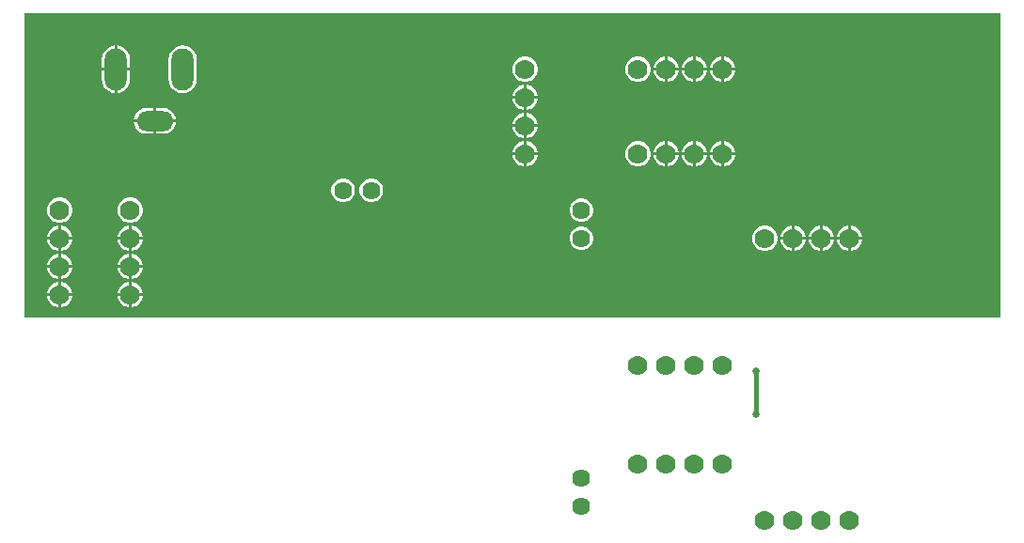
<source format=gbl>
G04*
G04 #@! TF.GenerationSoftware,Altium Limited,Altium Designer,21.6.4 (81)*
G04*
G04 Layer_Physical_Order=2*
G04 Layer_Color=16711680*
%FSLAX25Y25*%
%MOIN*%
G70*
G04*
G04 #@! TF.SameCoordinates,570BF3D3-4215-493C-AC51-86F074832852*
G04*
G04*
G04 #@! TF.FilePolarity,Positive*
G04*
G01*
G75*
%ADD10C,0.01500*%
%ADD42C,0.07000*%
%ADD43C,0.06378*%
%ADD44O,0.07874X0.14961*%
%ADD45O,0.12992X0.07087*%
%ADD46C,0.05000*%
%ADD47C,0.02500*%
G36*
X347961Y90000D02*
X2039D01*
Y197961D01*
X347961D01*
Y90000D01*
D02*
G37*
%LPC*%
G36*
X35000Y186410D02*
Y178453D01*
X39480D01*
Y181496D01*
X39310Y182785D01*
X38813Y183986D01*
X38021Y185017D01*
X36990Y185809D01*
X35789Y186306D01*
X35000Y186410D01*
D02*
G37*
G36*
X34000D02*
X33211Y186306D01*
X32010Y185809D01*
X30979Y185017D01*
X30187Y183986D01*
X29690Y182785D01*
X29520Y181496D01*
Y178453D01*
X34000D01*
Y186410D01*
D02*
G37*
G36*
X250092Y182453D02*
X250000D01*
Y178453D01*
X254000D01*
Y178545D01*
X253693Y179690D01*
X253101Y180716D01*
X252263Y181554D01*
X251237Y182146D01*
X250092Y182453D01*
D02*
G37*
G36*
X249000D02*
X248908D01*
X247763Y182146D01*
X246737Y181554D01*
X245899Y180716D01*
X245307Y179690D01*
X245000Y178545D01*
Y178453D01*
X249000D01*
Y182453D01*
D02*
G37*
G36*
X240092D02*
X240000D01*
Y178453D01*
X244000D01*
Y178545D01*
X243693Y179690D01*
X243101Y180716D01*
X242263Y181554D01*
X241237Y182146D01*
X240092Y182453D01*
D02*
G37*
G36*
X239000D02*
X238908D01*
X237763Y182146D01*
X236737Y181554D01*
X235899Y180716D01*
X235307Y179690D01*
X235000Y178545D01*
Y178453D01*
X239000D01*
Y182453D01*
D02*
G37*
G36*
X230092D02*
X230000D01*
Y178453D01*
X234000D01*
Y178545D01*
X233693Y179690D01*
X233101Y180716D01*
X232263Y181554D01*
X231237Y182146D01*
X230092Y182453D01*
D02*
G37*
G36*
X229000D02*
X228908D01*
X227763Y182146D01*
X226737Y181554D01*
X225899Y180716D01*
X225307Y179690D01*
X225000Y178545D01*
Y178453D01*
X229000D01*
Y182453D01*
D02*
G37*
G36*
X254000Y177453D02*
X250000D01*
Y173453D01*
X250092D01*
X251237Y173759D01*
X252263Y174352D01*
X253101Y175190D01*
X253693Y176216D01*
X254000Y177360D01*
Y177453D01*
D02*
G37*
G36*
X249000D02*
X245000D01*
Y177360D01*
X245307Y176216D01*
X245899Y175190D01*
X246737Y174352D01*
X247763Y173759D01*
X248908Y173453D01*
X249000D01*
Y177453D01*
D02*
G37*
G36*
X244000D02*
X240000D01*
Y173453D01*
X240092D01*
X241237Y173759D01*
X242263Y174352D01*
X243101Y175190D01*
X243693Y176216D01*
X244000Y177360D01*
Y177453D01*
D02*
G37*
G36*
X239000D02*
X235000D01*
Y177360D01*
X235307Y176216D01*
X235899Y175190D01*
X236737Y174352D01*
X237763Y173759D01*
X238908Y173453D01*
X239000D01*
Y177453D01*
D02*
G37*
G36*
X234000D02*
X230000D01*
Y173453D01*
X230092D01*
X231237Y173759D01*
X232263Y174352D01*
X233101Y175190D01*
X233693Y176216D01*
X234000Y177360D01*
Y177453D01*
D02*
G37*
G36*
X229000D02*
X225000D01*
Y177360D01*
X225307Y176216D01*
X225899Y175190D01*
X226737Y174352D01*
X227763Y173759D01*
X228908Y173453D01*
X229000D01*
Y177453D01*
D02*
G37*
G36*
X220092Y182453D02*
X218908D01*
X217763Y182146D01*
X216737Y181554D01*
X215899Y180716D01*
X215307Y179690D01*
X215000Y178545D01*
Y177360D01*
X215307Y176216D01*
X215899Y175190D01*
X216737Y174352D01*
X217763Y173759D01*
X218908Y173453D01*
X220092D01*
X221237Y173759D01*
X222263Y174352D01*
X223101Y175190D01*
X223693Y176216D01*
X224000Y177360D01*
Y178545D01*
X223693Y179690D01*
X223101Y180716D01*
X222263Y181554D01*
X221237Y182146D01*
X220092Y182453D01*
D02*
G37*
G36*
X180092D02*
X178908D01*
X177763Y182146D01*
X176737Y181554D01*
X175899Y180716D01*
X175307Y179690D01*
X175000Y178545D01*
Y177360D01*
X175307Y176216D01*
X175899Y175190D01*
X176737Y174352D01*
X177763Y173759D01*
X178908Y173453D01*
X180092D01*
X181237Y173759D01*
X182263Y174352D01*
X183101Y175190D01*
X183693Y176216D01*
X184000Y177360D01*
Y178545D01*
X183693Y179690D01*
X183101Y180716D01*
X182263Y181554D01*
X181237Y182146D01*
X180092Y182453D01*
D02*
G37*
G36*
X34000Y177453D02*
X29520D01*
Y174409D01*
X29690Y173121D01*
X30187Y171920D01*
X30979Y170888D01*
X32010Y170097D01*
X33211Y169599D01*
X34000Y169496D01*
Y177453D01*
D02*
G37*
G36*
X39480D02*
X35000D01*
Y169496D01*
X35789Y169599D01*
X36990Y170097D01*
X38021Y170888D01*
X38813Y171920D01*
X39310Y173121D01*
X39480Y174409D01*
Y177453D01*
D02*
G37*
G36*
X58122Y186476D02*
X56833Y186306D01*
X55632Y185809D01*
X54601Y185017D01*
X53810Y183986D01*
X53312Y182785D01*
X53142Y181496D01*
Y174409D01*
X53312Y173121D01*
X53810Y171920D01*
X54601Y170888D01*
X55632Y170097D01*
X56833Y169599D01*
X58122Y169430D01*
X59411Y169599D01*
X60612Y170097D01*
X61643Y170888D01*
X62435Y171920D01*
X62932Y173121D01*
X63102Y174409D01*
Y181496D01*
X62932Y182785D01*
X62435Y183986D01*
X61643Y185017D01*
X60612Y185809D01*
X59411Y186306D01*
X58122Y186476D01*
D02*
G37*
G36*
X180092Y172453D02*
X180000D01*
Y168453D01*
X184000D01*
Y168545D01*
X183693Y169690D01*
X183101Y170716D01*
X182263Y171554D01*
X181237Y172146D01*
X180092Y172453D01*
D02*
G37*
G36*
X179000D02*
X178908D01*
X177763Y172146D01*
X176737Y171554D01*
X175899Y170716D01*
X175307Y169690D01*
X175000Y168545D01*
Y168453D01*
X179000D01*
Y172453D01*
D02*
G37*
G36*
X184000Y167453D02*
X180000D01*
Y163453D01*
X180092D01*
X181237Y163759D01*
X182263Y164352D01*
X183101Y165190D01*
X183693Y166216D01*
X184000Y167360D01*
Y167453D01*
D02*
G37*
G36*
X179000D02*
X175000D01*
Y167360D01*
X175307Y166216D01*
X175899Y165190D01*
X176737Y164352D01*
X177763Y163759D01*
X178908Y163453D01*
X179000D01*
Y167453D01*
D02*
G37*
G36*
X51232Y164228D02*
X48779D01*
Y160146D01*
X55749D01*
X55659Y160832D01*
X55201Y161937D01*
X54473Y162886D01*
X53523Y163614D01*
X52418Y164072D01*
X51232Y164228D01*
D02*
G37*
G36*
X47780D02*
X45327D01*
X44141Y164072D01*
X43036Y163614D01*
X42086Y162886D01*
X41358Y161937D01*
X40900Y160832D01*
X40810Y160146D01*
X47780D01*
Y164228D01*
D02*
G37*
G36*
X180092Y162453D02*
X180000D01*
Y158453D01*
X184000D01*
Y158545D01*
X183693Y159690D01*
X183101Y160716D01*
X182263Y161554D01*
X181237Y162146D01*
X180092Y162453D01*
D02*
G37*
G36*
X179000D02*
X178908D01*
X177763Y162146D01*
X176737Y161554D01*
X175899Y160716D01*
X175307Y159690D01*
X175000Y158545D01*
Y158453D01*
X179000D01*
Y162453D01*
D02*
G37*
G36*
X55749Y159146D02*
X48779D01*
Y155063D01*
X51232D01*
X52418Y155219D01*
X53523Y155677D01*
X54473Y156405D01*
X55201Y157354D01*
X55659Y158460D01*
X55749Y159146D01*
D02*
G37*
G36*
X47780D02*
X40810D01*
X40900Y158460D01*
X41358Y157354D01*
X42086Y156405D01*
X43036Y155677D01*
X44141Y155219D01*
X45327Y155063D01*
X47780D01*
Y159146D01*
D02*
G37*
G36*
X184000Y157453D02*
X180000D01*
Y153453D01*
X180092D01*
X181237Y153759D01*
X182263Y154352D01*
X183101Y155190D01*
X183693Y156216D01*
X184000Y157360D01*
Y157453D01*
D02*
G37*
G36*
X179000D02*
X175000D01*
Y157360D01*
X175307Y156216D01*
X175899Y155190D01*
X176737Y154352D01*
X177763Y153759D01*
X178908Y153453D01*
X179000D01*
Y157453D01*
D02*
G37*
G36*
X180092Y152453D02*
X180000D01*
Y148453D01*
X184000D01*
Y148545D01*
X183693Y149690D01*
X183101Y150716D01*
X182263Y151554D01*
X181237Y152146D01*
X180092Y152453D01*
D02*
G37*
G36*
X179000D02*
X178908D01*
X177763Y152146D01*
X176737Y151554D01*
X175899Y150716D01*
X175307Y149690D01*
X175000Y148545D01*
Y148453D01*
X179000D01*
Y152453D01*
D02*
G37*
G36*
X250092D02*
X250000D01*
Y148453D01*
X254000D01*
Y148545D01*
X253693Y149690D01*
X253101Y150716D01*
X252263Y151554D01*
X251237Y152146D01*
X250092Y152453D01*
D02*
G37*
G36*
X249000D02*
X248908D01*
X247763Y152146D01*
X246737Y151554D01*
X245899Y150716D01*
X245307Y149690D01*
X245000Y148545D01*
Y148453D01*
X249000D01*
Y152453D01*
D02*
G37*
G36*
X240092D02*
X240000D01*
Y148453D01*
X244000D01*
Y148545D01*
X243693Y149690D01*
X243101Y150716D01*
X242263Y151554D01*
X241237Y152146D01*
X240092Y152453D01*
D02*
G37*
G36*
X239000D02*
X238908D01*
X237763Y152146D01*
X236737Y151554D01*
X235899Y150716D01*
X235307Y149690D01*
X235000Y148545D01*
Y148453D01*
X239000D01*
Y152453D01*
D02*
G37*
G36*
X230092D02*
X230000D01*
Y148453D01*
X234000D01*
Y148545D01*
X233693Y149690D01*
X233101Y150716D01*
X232263Y151554D01*
X231237Y152146D01*
X230092Y152453D01*
D02*
G37*
G36*
X229000D02*
X228908D01*
X227763Y152146D01*
X226737Y151554D01*
X225899Y150716D01*
X225307Y149690D01*
X225000Y148545D01*
Y148453D01*
X229000D01*
Y152453D01*
D02*
G37*
G36*
X254000Y147453D02*
X250000D01*
Y143453D01*
X250092D01*
X251237Y143759D01*
X252263Y144352D01*
X253101Y145190D01*
X253693Y146216D01*
X254000Y147360D01*
Y147453D01*
D02*
G37*
G36*
X249000D02*
X245000D01*
Y147360D01*
X245307Y146216D01*
X245899Y145190D01*
X246737Y144352D01*
X247763Y143759D01*
X248908Y143453D01*
X249000D01*
Y147453D01*
D02*
G37*
G36*
X244000D02*
X240000D01*
Y143453D01*
X240092D01*
X241237Y143759D01*
X242263Y144352D01*
X243101Y145190D01*
X243693Y146216D01*
X244000Y147360D01*
Y147453D01*
D02*
G37*
G36*
X239000D02*
X235000D01*
Y147360D01*
X235307Y146216D01*
X235899Y145190D01*
X236737Y144352D01*
X237763Y143759D01*
X238908Y143453D01*
X239000D01*
Y147453D01*
D02*
G37*
G36*
X234000D02*
X230000D01*
Y143453D01*
X230092D01*
X231237Y143759D01*
X232263Y144352D01*
X233101Y145190D01*
X233693Y146216D01*
X234000Y147360D01*
Y147453D01*
D02*
G37*
G36*
X229000D02*
X225000D01*
Y147360D01*
X225307Y146216D01*
X225899Y145190D01*
X226737Y144352D01*
X227763Y143759D01*
X228908Y143453D01*
X229000D01*
Y147453D01*
D02*
G37*
G36*
X220092Y152453D02*
X218908D01*
X217763Y152146D01*
X216737Y151554D01*
X215899Y150716D01*
X215307Y149690D01*
X215000Y148545D01*
Y147360D01*
X215307Y146216D01*
X215899Y145190D01*
X216737Y144352D01*
X217763Y143759D01*
X218908Y143453D01*
X220092D01*
X221237Y143759D01*
X222263Y144352D01*
X223101Y145190D01*
X223693Y146216D01*
X224000Y147360D01*
Y148545D01*
X223693Y149690D01*
X223101Y150716D01*
X222263Y151554D01*
X221237Y152146D01*
X220092Y152453D01*
D02*
G37*
G36*
X184000Y147453D02*
X180000D01*
Y143453D01*
X180092D01*
X181237Y143759D01*
X182263Y144352D01*
X183101Y145190D01*
X183693Y146216D01*
X184000Y147360D01*
Y147453D01*
D02*
G37*
G36*
X179000D02*
X175000D01*
Y147360D01*
X175307Y146216D01*
X175899Y145190D01*
X176737Y144352D01*
X177763Y143759D01*
X178908Y143453D01*
X179000D01*
Y147453D01*
D02*
G37*
G36*
X125551Y139189D02*
X124449D01*
X123383Y138903D01*
X122428Y138352D01*
X121648Y137572D01*
X121097Y136617D01*
X120811Y135552D01*
Y134449D01*
X121097Y133383D01*
X121648Y132428D01*
X122428Y131648D01*
X123383Y131096D01*
X124449Y130811D01*
X125551D01*
X126617Y131096D01*
X127572Y131648D01*
X128352Y132428D01*
X128903Y133383D01*
X129189Y134449D01*
Y135552D01*
X128903Y136617D01*
X128352Y137572D01*
X127572Y138352D01*
X126617Y138903D01*
X125551Y139189D01*
D02*
G37*
G36*
X115551D02*
X114448D01*
X113383Y138903D01*
X112428Y138352D01*
X111648Y137572D01*
X111097Y136617D01*
X110811Y135552D01*
Y134449D01*
X111097Y133383D01*
X111648Y132428D01*
X112428Y131648D01*
X113383Y131096D01*
X114448Y130811D01*
X115551D01*
X116617Y131096D01*
X117572Y131648D01*
X118352Y132428D01*
X118904Y133383D01*
X119189Y134449D01*
Y135552D01*
X118904Y136617D01*
X118352Y137572D01*
X117572Y138352D01*
X116617Y138903D01*
X115551Y139189D01*
D02*
G37*
G36*
X200051Y132142D02*
X198949D01*
X197883Y131856D01*
X196928Y131305D01*
X196148Y130525D01*
X195597Y129570D01*
X195311Y128504D01*
Y127401D01*
X195597Y126336D01*
X196148Y125381D01*
X196928Y124601D01*
X197883Y124049D01*
X198949Y123764D01*
X200051D01*
X201117Y124049D01*
X202072Y124601D01*
X202852Y125381D01*
X203403Y126336D01*
X203689Y127401D01*
Y128504D01*
X203403Y129570D01*
X202852Y130525D01*
X202072Y131305D01*
X201117Y131856D01*
X200051Y132142D01*
D02*
G37*
G36*
X40092Y132453D02*
X38908D01*
X37763Y132146D01*
X36737Y131554D01*
X35899Y130716D01*
X35307Y129690D01*
X35000Y128545D01*
Y127360D01*
X35307Y126216D01*
X35899Y125190D01*
X36737Y124352D01*
X37763Y123759D01*
X38908Y123453D01*
X40092D01*
X41237Y123759D01*
X42263Y124352D01*
X43101Y125190D01*
X43693Y126216D01*
X44000Y127360D01*
Y128545D01*
X43693Y129690D01*
X43101Y130716D01*
X42263Y131554D01*
X41237Y132146D01*
X40092Y132453D01*
D02*
G37*
G36*
X15092D02*
X13908D01*
X12763Y132146D01*
X11737Y131554D01*
X10899Y130716D01*
X10307Y129690D01*
X10000Y128545D01*
Y127360D01*
X10307Y126216D01*
X10899Y125190D01*
X11737Y124352D01*
X12763Y123759D01*
X13908Y123453D01*
X15092D01*
X16237Y123759D01*
X17263Y124352D01*
X18101Y125190D01*
X18693Y126216D01*
X19000Y127360D01*
Y128545D01*
X18693Y129690D01*
X18101Y130716D01*
X17263Y131554D01*
X16237Y132146D01*
X15092Y132453D01*
D02*
G37*
G36*
Y122453D02*
X15000D01*
Y118453D01*
X19000D01*
Y118545D01*
X18693Y119690D01*
X18101Y120716D01*
X17263Y121554D01*
X16237Y122146D01*
X15092Y122453D01*
D02*
G37*
G36*
X40092D02*
X40000D01*
Y118453D01*
X44000D01*
Y118545D01*
X43693Y119690D01*
X43101Y120716D01*
X42263Y121554D01*
X41237Y122146D01*
X40092Y122453D01*
D02*
G37*
G36*
X14000D02*
X13908D01*
X12763Y122146D01*
X11737Y121554D01*
X10899Y120716D01*
X10307Y119690D01*
X10000Y118545D01*
Y118453D01*
X14000D01*
Y122453D01*
D02*
G37*
G36*
X39000D02*
X38908D01*
X37763Y122146D01*
X36737Y121554D01*
X35899Y120716D01*
X35307Y119690D01*
X35000Y118545D01*
Y118453D01*
X39000D01*
Y122453D01*
D02*
G37*
G36*
X295092D02*
X295000D01*
Y118453D01*
X299000D01*
Y118545D01*
X298693Y119690D01*
X298101Y120716D01*
X297263Y121554D01*
X296237Y122146D01*
X295092Y122453D01*
D02*
G37*
G36*
X294000D02*
X293908D01*
X292763Y122146D01*
X291737Y121554D01*
X290899Y120716D01*
X290307Y119690D01*
X290000Y118545D01*
Y118453D01*
X294000D01*
Y122453D01*
D02*
G37*
G36*
X285092D02*
X285000D01*
Y118453D01*
X289000D01*
Y118545D01*
X288693Y119690D01*
X288101Y120716D01*
X287263Y121554D01*
X286237Y122146D01*
X285092Y122453D01*
D02*
G37*
G36*
X284000D02*
X283908D01*
X282763Y122146D01*
X281737Y121554D01*
X280899Y120716D01*
X280307Y119690D01*
X280000Y118545D01*
Y118453D01*
X284000D01*
Y122453D01*
D02*
G37*
G36*
X275092D02*
X275000D01*
Y118453D01*
X279000D01*
Y118545D01*
X278693Y119690D01*
X278101Y120716D01*
X277263Y121554D01*
X276237Y122146D01*
X275092Y122453D01*
D02*
G37*
G36*
X274000D02*
X273908D01*
X272763Y122146D01*
X271737Y121554D01*
X270899Y120716D01*
X270307Y119690D01*
X270000Y118545D01*
Y118453D01*
X274000D01*
Y122453D01*
D02*
G37*
G36*
X200051Y122142D02*
X198949D01*
X197883Y121856D01*
X196928Y121305D01*
X196148Y120525D01*
X195597Y119570D01*
X195311Y118504D01*
Y117401D01*
X195597Y116336D01*
X196148Y115381D01*
X196928Y114601D01*
X197883Y114049D01*
X198949Y113764D01*
X200051D01*
X201117Y114049D01*
X202072Y114601D01*
X202852Y115381D01*
X203403Y116336D01*
X203689Y117401D01*
Y118504D01*
X203403Y119570D01*
X202852Y120525D01*
X202072Y121305D01*
X201117Y121856D01*
X200051Y122142D01*
D02*
G37*
G36*
X299000Y117453D02*
X295000D01*
Y113453D01*
X295092D01*
X296237Y113759D01*
X297263Y114352D01*
X298101Y115190D01*
X298693Y116216D01*
X299000Y117360D01*
Y117453D01*
D02*
G37*
G36*
X294000D02*
X290000D01*
Y117360D01*
X290307Y116216D01*
X290899Y115190D01*
X291737Y114352D01*
X292763Y113759D01*
X293908Y113453D01*
X294000D01*
Y117453D01*
D02*
G37*
G36*
X289000D02*
X285000D01*
Y113453D01*
X285092D01*
X286237Y113759D01*
X287263Y114352D01*
X288101Y115190D01*
X288693Y116216D01*
X289000Y117360D01*
Y117453D01*
D02*
G37*
G36*
X284000D02*
X280000D01*
Y117360D01*
X280307Y116216D01*
X280899Y115190D01*
X281737Y114352D01*
X282763Y113759D01*
X283908Y113453D01*
X284000D01*
Y117453D01*
D02*
G37*
G36*
X279000D02*
X275000D01*
Y113453D01*
X275092D01*
X276237Y113759D01*
X277263Y114352D01*
X278101Y115190D01*
X278693Y116216D01*
X279000Y117360D01*
Y117453D01*
D02*
G37*
G36*
X274000D02*
X270000D01*
Y117360D01*
X270307Y116216D01*
X270899Y115190D01*
X271737Y114352D01*
X272763Y113759D01*
X273908Y113453D01*
X274000D01*
Y117453D01*
D02*
G37*
G36*
X265092Y122453D02*
X263908D01*
X262763Y122146D01*
X261737Y121554D01*
X260899Y120716D01*
X260307Y119690D01*
X260000Y118545D01*
Y117360D01*
X260307Y116216D01*
X260899Y115190D01*
X261737Y114352D01*
X262763Y113759D01*
X263908Y113453D01*
X265092D01*
X266237Y113759D01*
X267263Y114352D01*
X268101Y115190D01*
X268693Y116216D01*
X269000Y117360D01*
Y118545D01*
X268693Y119690D01*
X268101Y120716D01*
X267263Y121554D01*
X266237Y122146D01*
X265092Y122453D01*
D02*
G37*
G36*
X44000Y117453D02*
X40000D01*
Y113453D01*
X40092D01*
X41237Y113759D01*
X42263Y114352D01*
X43101Y115190D01*
X43693Y116216D01*
X44000Y117360D01*
Y117453D01*
D02*
G37*
G36*
X39000D02*
X35000D01*
Y117360D01*
X35307Y116216D01*
X35899Y115190D01*
X36737Y114352D01*
X37763Y113759D01*
X38908Y113453D01*
X39000D01*
Y117453D01*
D02*
G37*
G36*
X19000D02*
X15000D01*
Y113453D01*
X15092D01*
X16237Y113759D01*
X17263Y114352D01*
X18101Y115190D01*
X18693Y116216D01*
X19000Y117360D01*
Y117453D01*
D02*
G37*
G36*
X14000D02*
X10000D01*
Y117360D01*
X10307Y116216D01*
X10899Y115190D01*
X11737Y114352D01*
X12763Y113759D01*
X13908Y113453D01*
X14000D01*
Y117453D01*
D02*
G37*
G36*
X40092Y112453D02*
X40000D01*
Y108453D01*
X44000D01*
Y108545D01*
X43693Y109690D01*
X43101Y110716D01*
X42263Y111554D01*
X41237Y112146D01*
X40092Y112453D01*
D02*
G37*
G36*
X15092D02*
X15000D01*
Y108453D01*
X19000D01*
Y108545D01*
X18693Y109690D01*
X18101Y110716D01*
X17263Y111554D01*
X16237Y112146D01*
X15092Y112453D01*
D02*
G37*
G36*
X39000D02*
X38908D01*
X37763Y112146D01*
X36737Y111554D01*
X35899Y110716D01*
X35307Y109690D01*
X35000Y108545D01*
Y108453D01*
X39000D01*
Y112453D01*
D02*
G37*
G36*
X14000D02*
X13908D01*
X12763Y112146D01*
X11737Y111554D01*
X10899Y110716D01*
X10307Y109690D01*
X10000Y108545D01*
Y108453D01*
X14000D01*
Y112453D01*
D02*
G37*
G36*
X44000Y107453D02*
X40000D01*
Y103453D01*
X40092D01*
X41237Y103759D01*
X42263Y104352D01*
X43101Y105190D01*
X43693Y106216D01*
X44000Y107360D01*
Y107453D01*
D02*
G37*
G36*
X39000D02*
X35000D01*
Y107360D01*
X35307Y106216D01*
X35899Y105190D01*
X36737Y104352D01*
X37763Y103759D01*
X38908Y103453D01*
X39000D01*
Y107453D01*
D02*
G37*
G36*
X19000D02*
X15000D01*
Y103453D01*
X15092D01*
X16237Y103759D01*
X17263Y104352D01*
X18101Y105190D01*
X18693Y106216D01*
X19000Y107360D01*
Y107453D01*
D02*
G37*
G36*
X14000D02*
X10000D01*
Y107360D01*
X10307Y106216D01*
X10899Y105190D01*
X11737Y104352D01*
X12763Y103759D01*
X13908Y103453D01*
X14000D01*
Y107453D01*
D02*
G37*
G36*
X40092Y102453D02*
X40000D01*
Y98453D01*
X44000D01*
Y98545D01*
X43693Y99690D01*
X43101Y100716D01*
X42263Y101554D01*
X41237Y102146D01*
X40092Y102453D01*
D02*
G37*
G36*
X15092D02*
X15000D01*
Y98453D01*
X19000D01*
Y98545D01*
X18693Y99690D01*
X18101Y100716D01*
X17263Y101554D01*
X16237Y102146D01*
X15092Y102453D01*
D02*
G37*
G36*
X39000D02*
X38908D01*
X37763Y102146D01*
X36737Y101554D01*
X35899Y100716D01*
X35307Y99690D01*
X35000Y98545D01*
Y98453D01*
X39000D01*
Y102453D01*
D02*
G37*
G36*
X14000D02*
X13908D01*
X12763Y102146D01*
X11737Y101554D01*
X10899Y100716D01*
X10307Y99690D01*
X10000Y98545D01*
Y98453D01*
X14000D01*
Y102453D01*
D02*
G37*
G36*
X44000Y97453D02*
X40000D01*
Y93453D01*
X40092D01*
X41237Y93759D01*
X42263Y94352D01*
X43101Y95190D01*
X43693Y96216D01*
X44000Y97360D01*
Y97453D01*
D02*
G37*
G36*
X39000D02*
X35000D01*
Y97360D01*
X35307Y96216D01*
X35899Y95190D01*
X36737Y94352D01*
X37763Y93759D01*
X38908Y93453D01*
X39000D01*
Y97453D01*
D02*
G37*
G36*
X19000D02*
X15000D01*
Y93453D01*
X15092D01*
X16237Y93759D01*
X17263Y94352D01*
X18101Y95190D01*
X18693Y96216D01*
X19000Y97360D01*
Y97453D01*
D02*
G37*
G36*
X14000D02*
X10000D01*
Y97360D01*
X10307Y96216D01*
X10899Y95190D01*
X11737Y94352D01*
X12763Y93759D01*
X13908Y93453D01*
X14000D01*
Y97453D01*
D02*
G37*
%LPD*%
D10*
X261500Y55500D02*
Y71000D01*
D42*
X274500Y17953D02*
D03*
X264500D02*
D03*
X294500D02*
D03*
X284500D02*
D03*
X229500Y37953D02*
D03*
X219500D02*
D03*
X249500D02*
D03*
X239500D02*
D03*
X229500Y72953D02*
D03*
X219500D02*
D03*
X249500D02*
D03*
X239500D02*
D03*
X274500Y117953D02*
D03*
X264500D02*
D03*
X294500D02*
D03*
X284500D02*
D03*
X229500Y147953D02*
D03*
X219500D02*
D03*
X249500D02*
D03*
X239500D02*
D03*
X229500Y177953D02*
D03*
X219500D02*
D03*
X249500D02*
D03*
X239500D02*
D03*
X39500Y117953D02*
D03*
Y127953D02*
D03*
Y97953D02*
D03*
Y107953D02*
D03*
X179500Y167953D02*
D03*
Y177953D02*
D03*
Y147953D02*
D03*
Y157953D02*
D03*
X14500Y117953D02*
D03*
Y127953D02*
D03*
Y97953D02*
D03*
Y107953D02*
D03*
D43*
X199500Y32953D02*
D03*
Y22953D02*
D03*
Y127953D02*
D03*
Y117953D02*
D03*
X115000Y135000D02*
D03*
X125000D02*
D03*
D44*
X58122Y177953D02*
D03*
X34500D02*
D03*
D45*
X48280Y159646D02*
D03*
D46*
X343000Y94000D02*
D03*
X336500Y180000D02*
D03*
X270000Y94000D02*
D03*
X284000Y130000D02*
D03*
X292000Y190000D02*
D03*
X53500Y103000D02*
D03*
X68500Y118000D02*
D03*
X79500Y148000D02*
D03*
X159500Y151500D02*
D03*
X125000Y145500D02*
D03*
X140000Y108000D02*
D03*
D47*
X261500Y71000D02*
D03*
Y55500D02*
D03*
M02*

</source>
